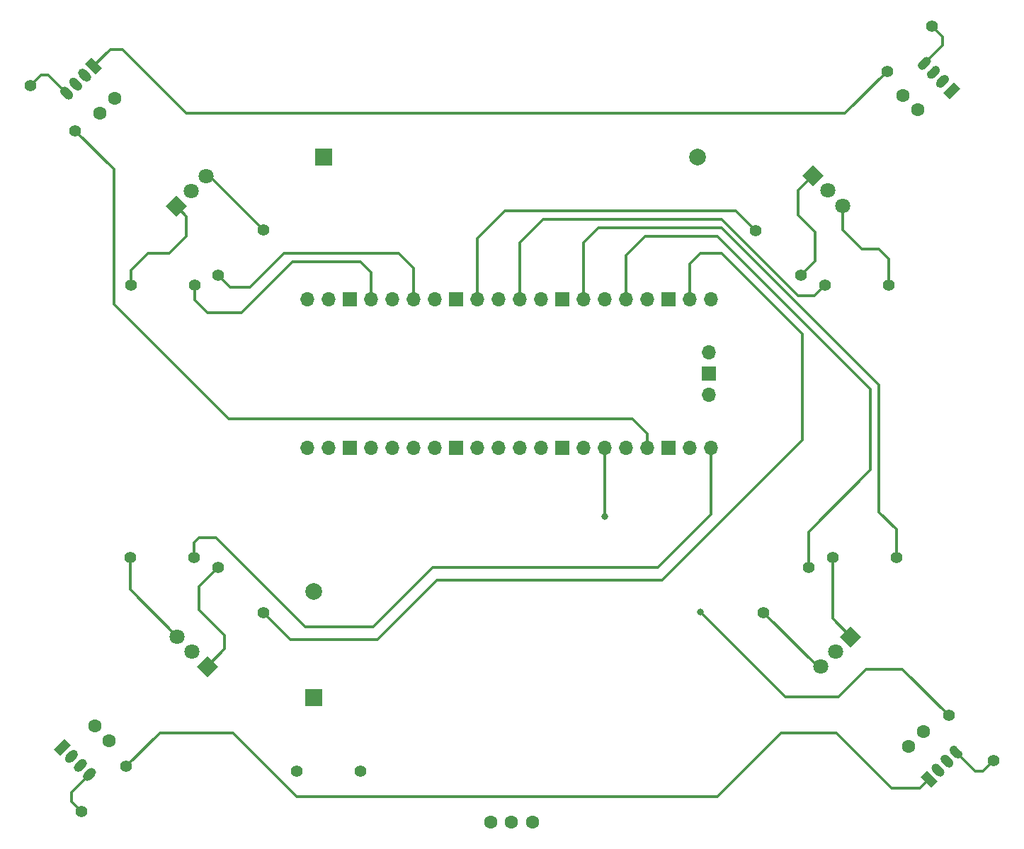
<source format=gtl>
G04 #@! TF.GenerationSoftware,KiCad,Pcbnew,(5.1.9)-1*
G04 #@! TF.CreationDate,2022-06-27T18:25:19-05:00*
G04 #@! TF.ProjectId,hom3c0ming_corsage,686f6d33-6330-46d6-996e-675f636f7273,4*
G04 #@! TF.SameCoordinates,Original*
G04 #@! TF.FileFunction,Copper,L1,Top*
G04 #@! TF.FilePolarity,Positive*
%FSLAX46Y46*%
G04 Gerber Fmt 4.6, Leading zero omitted, Abs format (unit mm)*
G04 Created by KiCad (PCBNEW (5.1.9)-1) date 2022-06-27 18:25:19*
%MOMM*%
%LPD*%
G01*
G04 APERTURE LIST*
G04 #@! TA.AperFunction,ComponentPad*
%ADD10C,1.800000*%
G04 #@! TD*
G04 #@! TA.AperFunction,ComponentPad*
%ADD11C,0.100000*%
G04 #@! TD*
G04 #@! TA.AperFunction,ComponentPad*
%ADD12C,2.000000*%
G04 #@! TD*
G04 #@! TA.AperFunction,ComponentPad*
%ADD13R,2.000000X2.000000*%
G04 #@! TD*
G04 #@! TA.AperFunction,ComponentPad*
%ADD14C,1.600000*%
G04 #@! TD*
G04 #@! TA.AperFunction,ComponentPad*
%ADD15O,1.700000X1.700000*%
G04 #@! TD*
G04 #@! TA.AperFunction,ComponentPad*
%ADD16R,1.700000X1.700000*%
G04 #@! TD*
G04 #@! TA.AperFunction,ComponentPad*
%ADD17C,1.400000*%
G04 #@! TD*
G04 #@! TA.AperFunction,ViaPad*
%ADD18C,0.800000*%
G04 #@! TD*
G04 #@! TA.AperFunction,Conductor*
%ADD19C,0.300000*%
G04 #@! TD*
G04 APERTURE END LIST*
D10*
X103464902Y-58333098D03*
X101668851Y-60129149D03*
G04 #@! TA.AperFunction,ComponentPad*
D11*
G36*
X99872800Y-63197992D02*
G01*
X98600008Y-61925200D01*
X99872800Y-60652408D01*
X101145592Y-61925200D01*
X99872800Y-63197992D01*
G37*
G04 #@! TD.AperFunction*
D10*
X179588702Y-61859702D03*
X177792651Y-60063651D03*
G04 #@! TA.AperFunction,ComponentPad*
D11*
G36*
X174723808Y-58267600D02*
G01*
X175996600Y-56994808D01*
X177269392Y-58267600D01*
X175996600Y-59540392D01*
X174723808Y-58267600D01*
G37*
G04 #@! TD.AperFunction*
D10*
X176897498Y-117028502D03*
X178693549Y-115232451D03*
G04 #@! TA.AperFunction,ComponentPad*
D11*
G36*
X180489600Y-112163608D02*
G01*
X181762392Y-113436400D01*
X180489600Y-114709192D01*
X179216808Y-113436400D01*
X180489600Y-112163608D01*
G37*
G04 #@! TD.AperFunction*
D10*
X99989098Y-113425698D03*
X101785149Y-115221749D03*
G04 #@! TA.AperFunction,ComponentPad*
D11*
G36*
X104853992Y-117017800D02*
G01*
X103581200Y-118290592D01*
X102308408Y-117017800D01*
X103581200Y-115745008D01*
X104853992Y-117017800D01*
G37*
G04 #@! TD.AperFunction*
G04 #@! TA.AperFunction,ComponentPad*
G36*
X191547933Y-48325725D02*
G01*
X192820725Y-47052933D01*
X193577329Y-47809537D01*
X192304537Y-49082329D01*
X191547933Y-48325725D01*
G37*
G04 #@! TD.AperFunction*
G04 #@! TA.AperFunction,ComponentPad*
G36*
G01*
X190848604Y-46869792D02*
X191364792Y-46353604D01*
G75*
G02*
X192121396Y-46353604I378302J-378302D01*
G01*
X192121396Y-46353604D01*
G75*
G02*
X192121396Y-47110208I-378302J-378302D01*
G01*
X191605208Y-47626396D01*
G75*
G02*
X190848604Y-47626396I-378302J378302D01*
G01*
X190848604Y-47626396D01*
G75*
G02*
X190848604Y-46869792I378302J378302D01*
G01*
G37*
G04 #@! TD.AperFunction*
G04 #@! TA.AperFunction,ComponentPad*
G36*
G01*
X189770973Y-45792161D02*
X190287161Y-45275973D01*
G75*
G02*
X191043765Y-45275973I378302J-378302D01*
G01*
X191043765Y-45275973D01*
G75*
G02*
X191043765Y-46032577I-378302J-378302D01*
G01*
X190527577Y-46548765D01*
G75*
G02*
X189770973Y-46548765I-378302J378302D01*
G01*
X189770973Y-46548765D01*
G75*
G02*
X189770973Y-45792161I378302J378302D01*
G01*
G37*
G04 #@! TD.AperFunction*
G04 #@! TA.AperFunction,ComponentPad*
G36*
G01*
X188693342Y-44714530D02*
X189209530Y-44198342D01*
G75*
G02*
X189966134Y-44198342I378302J-378302D01*
G01*
X189966134Y-44198342D01*
G75*
G02*
X189966134Y-44954946I-378302J-378302D01*
G01*
X189449946Y-45471134D01*
G75*
G02*
X188693342Y-45471134I-378302J378302D01*
G01*
X188693342Y-45471134D01*
G75*
G02*
X188693342Y-44714530I378302J378302D01*
G01*
G37*
G04 #@! TD.AperFunction*
G04 #@! TA.AperFunction,ComponentPad*
G36*
X90263579Y-46184213D02*
G01*
X88990787Y-44911421D01*
X89747391Y-44154817D01*
X91020183Y-45427609D01*
X90263579Y-46184213D01*
G37*
G04 #@! TD.AperFunction*
G04 #@! TA.AperFunction,ComponentPad*
G36*
G01*
X88807646Y-46883542D02*
X88291458Y-46367354D01*
G75*
G02*
X88291458Y-45610750I378302J378302D01*
G01*
X88291458Y-45610750D01*
G75*
G02*
X89048062Y-45610750I378302J-378302D01*
G01*
X89564250Y-46126938D01*
G75*
G02*
X89564250Y-46883542I-378302J-378302D01*
G01*
X89564250Y-46883542D01*
G75*
G02*
X88807646Y-46883542I-378302J378302D01*
G01*
G37*
G04 #@! TD.AperFunction*
G04 #@! TA.AperFunction,ComponentPad*
G36*
G01*
X87730015Y-47961173D02*
X87213827Y-47444985D01*
G75*
G02*
X87213827Y-46688381I378302J378302D01*
G01*
X87213827Y-46688381D01*
G75*
G02*
X87970431Y-46688381I378302J-378302D01*
G01*
X88486619Y-47204569D01*
G75*
G02*
X88486619Y-47961173I-378302J-378302D01*
G01*
X88486619Y-47961173D01*
G75*
G02*
X87730015Y-47961173I-378302J378302D01*
G01*
G37*
G04 #@! TD.AperFunction*
G04 #@! TA.AperFunction,ComponentPad*
G36*
G01*
X86652384Y-49038804D02*
X86136196Y-48522616D01*
G75*
G02*
X86136196Y-47766012I378302J378302D01*
G01*
X86136196Y-47766012D01*
G75*
G02*
X86892800Y-47766012I378302J-378302D01*
G01*
X87408988Y-48282200D01*
G75*
G02*
X87408988Y-49038804I-378302J-378302D01*
G01*
X87408988Y-49038804D01*
G75*
G02*
X86652384Y-49038804I-378302J378302D01*
G01*
G37*
G04 #@! TD.AperFunction*
G04 #@! TA.AperFunction,ComponentPad*
G36*
X189612421Y-129482187D02*
G01*
X190885213Y-130754979D01*
X190128609Y-131511583D01*
X188855817Y-130238791D01*
X189612421Y-129482187D01*
G37*
G04 #@! TD.AperFunction*
G04 #@! TA.AperFunction,ComponentPad*
G36*
G01*
X191068354Y-128782858D02*
X191584542Y-129299046D01*
G75*
G02*
X191584542Y-130055650I-378302J-378302D01*
G01*
X191584542Y-130055650D01*
G75*
G02*
X190827938Y-130055650I-378302J378302D01*
G01*
X190311750Y-129539462D01*
G75*
G02*
X190311750Y-128782858I378302J378302D01*
G01*
X190311750Y-128782858D01*
G75*
G02*
X191068354Y-128782858I378302J-378302D01*
G01*
G37*
G04 #@! TD.AperFunction*
G04 #@! TA.AperFunction,ComponentPad*
G36*
G01*
X192145985Y-127705227D02*
X192662173Y-128221415D01*
G75*
G02*
X192662173Y-128978019I-378302J-378302D01*
G01*
X192662173Y-128978019D01*
G75*
G02*
X191905569Y-128978019I-378302J378302D01*
G01*
X191389381Y-128461831D01*
G75*
G02*
X191389381Y-127705227I378302J378302D01*
G01*
X191389381Y-127705227D01*
G75*
G02*
X192145985Y-127705227I378302J-378302D01*
G01*
G37*
G04 #@! TD.AperFunction*
G04 #@! TA.AperFunction,ComponentPad*
G36*
G01*
X193223616Y-126627596D02*
X193739804Y-127143784D01*
G75*
G02*
X193739804Y-127900388I-378302J-378302D01*
G01*
X193739804Y-127900388D01*
G75*
G02*
X192983200Y-127900388I-378302J378302D01*
G01*
X192467012Y-127384200D01*
G75*
G02*
X192467012Y-126627596I378302J378302D01*
G01*
X192467012Y-126627596D01*
G75*
G02*
X193223616Y-126627596I378302J-378302D01*
G01*
G37*
G04 #@! TD.AperFunction*
G04 #@! TA.AperFunction,ComponentPad*
G36*
X87276836Y-126440844D02*
G01*
X86004044Y-127713636D01*
X85247440Y-126957032D01*
X86520232Y-125684240D01*
X87276836Y-126440844D01*
G37*
G04 #@! TD.AperFunction*
G04 #@! TA.AperFunction,ComponentPad*
G36*
G01*
X87976165Y-127896777D02*
X87459977Y-128412965D01*
G75*
G02*
X86703373Y-128412965I-378302J378302D01*
G01*
X86703373Y-128412965D01*
G75*
G02*
X86703373Y-127656361I378302J378302D01*
G01*
X87219561Y-127140173D01*
G75*
G02*
X87976165Y-127140173I378302J-378302D01*
G01*
X87976165Y-127140173D01*
G75*
G02*
X87976165Y-127896777I-378302J-378302D01*
G01*
G37*
G04 #@! TD.AperFunction*
G04 #@! TA.AperFunction,ComponentPad*
G36*
G01*
X89053796Y-128974408D02*
X88537608Y-129490596D01*
G75*
G02*
X87781004Y-129490596I-378302J378302D01*
G01*
X87781004Y-129490596D01*
G75*
G02*
X87781004Y-128733992I378302J378302D01*
G01*
X88297192Y-128217804D01*
G75*
G02*
X89053796Y-128217804I378302J-378302D01*
G01*
X89053796Y-128217804D01*
G75*
G02*
X89053796Y-128974408I-378302J-378302D01*
G01*
G37*
G04 #@! TD.AperFunction*
G04 #@! TA.AperFunction,ComponentPad*
G36*
G01*
X90131427Y-130052039D02*
X89615239Y-130568227D01*
G75*
G02*
X88858635Y-130568227I-378302J378302D01*
G01*
X88858635Y-130568227D01*
G75*
G02*
X88858635Y-129811623I378302J378302D01*
G01*
X89374823Y-129295435D01*
G75*
G02*
X90131427Y-129295435I378302J-378302D01*
G01*
X90131427Y-129295435D01*
G75*
G02*
X90131427Y-130052039I-378302J-378302D01*
G01*
G37*
G04 #@! TD.AperFunction*
D12*
X162205480Y-56022240D03*
D13*
X117505480Y-56022240D03*
D14*
X90735233Y-50789767D03*
X92503000Y-49022000D03*
X188564000Y-50419000D03*
X186796233Y-48651233D03*
X189191567Y-124775033D03*
X187423800Y-126542800D03*
X90119200Y-124155200D03*
X91886967Y-125922967D03*
X139954000Y-135636000D03*
X142454000Y-135636000D03*
X137454000Y-135636000D03*
D12*
X116300000Y-108050000D03*
D13*
X116300000Y-120750000D03*
D15*
X115570000Y-90890000D03*
X118110000Y-90890000D03*
D16*
X120650000Y-90890000D03*
D15*
X123190000Y-90890000D03*
X125730000Y-90890000D03*
X128270000Y-90890000D03*
X130810000Y-90890000D03*
D16*
X133350000Y-90890000D03*
D15*
X135890000Y-90890000D03*
X138430000Y-90890000D03*
X140970000Y-90890000D03*
X143510000Y-90890000D03*
D16*
X146050000Y-90890000D03*
D15*
X148590000Y-90890000D03*
X151130000Y-90890000D03*
X153670000Y-90890000D03*
X156210000Y-90890000D03*
D16*
X158750000Y-90890000D03*
D15*
X161290000Y-90890000D03*
X163830000Y-90890000D03*
X163830000Y-73110000D03*
X161290000Y-73110000D03*
D16*
X158750000Y-73110000D03*
D15*
X156210000Y-73110000D03*
X153670000Y-73110000D03*
X151130000Y-73110000D03*
X148590000Y-73110000D03*
D16*
X146050000Y-73110000D03*
D15*
X143510000Y-73110000D03*
X140970000Y-73110000D03*
X138430000Y-73110000D03*
X135890000Y-73110000D03*
D16*
X133350000Y-73110000D03*
D15*
X130810000Y-73110000D03*
X128270000Y-73110000D03*
X125730000Y-73110000D03*
X123190000Y-73110000D03*
D16*
X120650000Y-73110000D03*
D15*
X118110000Y-73110000D03*
X115570000Y-73110000D03*
X163600000Y-84540000D03*
D16*
X163600000Y-82000000D03*
D15*
X163600000Y-79460000D03*
D17*
X114300000Y-129540000D03*
X121920000Y-129540000D03*
X102108000Y-71374000D03*
X94488000Y-71374000D03*
X110280200Y-64770000D03*
X104892046Y-70158154D03*
X169157846Y-64842846D03*
X174546000Y-70231000D03*
X185061600Y-71399400D03*
X177441600Y-71399400D03*
X185969400Y-103962200D03*
X178349400Y-103962200D03*
X170069000Y-110540800D03*
X175457154Y-105152646D03*
X104876600Y-105181400D03*
X110264754Y-110569554D03*
X94361000Y-103987600D03*
X101981000Y-103987600D03*
X87811154Y-52886154D03*
X82423000Y-47498000D03*
X190246000Y-40386000D03*
X184857846Y-45774154D03*
X192223846Y-122881846D03*
X197612000Y-128270000D03*
X88519000Y-134366000D03*
X93907154Y-128977846D03*
D18*
X151130000Y-99060000D03*
X162560000Y-110490000D03*
D19*
X103843298Y-58333098D02*
X103464902Y-58333098D01*
X110280200Y-64770000D02*
X103843298Y-58333098D01*
X94488000Y-71374000D02*
X94488000Y-69596000D01*
X94488000Y-69596000D02*
X96520000Y-67564000D01*
X96520000Y-67564000D02*
X99060000Y-67564000D01*
X99060000Y-67564000D02*
X101092000Y-65532000D01*
X101092000Y-63144400D02*
X99872800Y-61925200D01*
X101092000Y-65532000D02*
X101092000Y-63144400D01*
X185061600Y-71399400D02*
X185061600Y-68221600D01*
X185061600Y-68221600D02*
X183896000Y-67056000D01*
X183896000Y-67056000D02*
X181864000Y-67056000D01*
X179588702Y-64780702D02*
X179588702Y-61859702D01*
X181864000Y-67056000D02*
X179588702Y-64780702D01*
X174546000Y-70231000D02*
X176276000Y-68501000D01*
X176276000Y-68501000D02*
X176276000Y-65024000D01*
X176276000Y-65024000D02*
X174244000Y-62992000D01*
X174244000Y-60020200D02*
X175996600Y-58267600D01*
X174244000Y-62992000D02*
X174244000Y-60020200D01*
X178349400Y-111296200D02*
X180489600Y-113436400D01*
X178349400Y-103962200D02*
X178349400Y-111296200D01*
X176556702Y-117028502D02*
X176897498Y-117028502D01*
X170069000Y-110540800D02*
X176556702Y-117028502D01*
X104876600Y-105181400D02*
X102616000Y-107442000D01*
X102616000Y-107442000D02*
X102616000Y-110236000D01*
X102616000Y-110236000D02*
X105664000Y-113284000D01*
X105664000Y-114935000D02*
X103581200Y-117017800D01*
X105664000Y-113284000D02*
X105664000Y-114935000D01*
X94361000Y-107797600D02*
X99989098Y-113425698D01*
X94361000Y-103987600D02*
X94361000Y-107797600D01*
X90005485Y-45169515D02*
X90085485Y-45169515D01*
X179832000Y-50800000D02*
X184857846Y-45774154D01*
X101092000Y-50800000D02*
X179832000Y-50800000D01*
X93472000Y-43180000D02*
X101092000Y-50800000D01*
X91995000Y-43180000D02*
X93472000Y-43180000D01*
X90005485Y-45169515D02*
X91995000Y-43180000D01*
X86772592Y-48402408D02*
X86756408Y-48402408D01*
X82423000Y-47498000D02*
X83693000Y-46228000D01*
X84598184Y-46228000D02*
X86772592Y-48402408D01*
X83693000Y-46228000D02*
X84598184Y-46228000D01*
X189329738Y-44834738D02*
X189353262Y-44834738D01*
X190246000Y-40386000D02*
X191516000Y-41656000D01*
X191516000Y-42648476D02*
X189329738Y-44834738D01*
X191516000Y-41656000D02*
X191516000Y-42648476D01*
X193103408Y-127263992D02*
X193176992Y-127263992D01*
X197612000Y-128270000D02*
X196342000Y-129540000D01*
X195379416Y-129540000D02*
X193103408Y-127263992D01*
X196342000Y-129540000D02*
X195379416Y-129540000D01*
X189870515Y-130496885D02*
X189870515Y-130550485D01*
X189870515Y-130496885D02*
X189932885Y-130496885D01*
X189870515Y-130496885D02*
X189870515Y-130561515D01*
X97917000Y-124968000D02*
X93907154Y-128977846D01*
X164592000Y-132588000D02*
X114300000Y-132588000D01*
X172212000Y-124968000D02*
X164592000Y-132588000D01*
X178816000Y-124968000D02*
X172212000Y-124968000D01*
X106680000Y-124968000D02*
X97917000Y-124968000D01*
X114300000Y-132588000D02*
X106680000Y-124968000D01*
X185420000Y-131572000D02*
X178816000Y-124968000D01*
X188795400Y-131572000D02*
X185420000Y-131572000D01*
X189870515Y-130496885D02*
X188795400Y-131572000D01*
X89495031Y-129931831D02*
X89397169Y-129931831D01*
X88519000Y-134366000D02*
X87376000Y-133223000D01*
X87376000Y-132050862D02*
X89495031Y-129931831D01*
X87376000Y-133223000D02*
X87376000Y-132050862D01*
X151130000Y-90890000D02*
X151130000Y-99060000D01*
X172720000Y-120650000D02*
X162560000Y-110490000D01*
X179070000Y-120650000D02*
X172720000Y-120650000D01*
X182372000Y-117348000D02*
X179070000Y-120650000D01*
X186690000Y-117348000D02*
X182372000Y-117348000D01*
X192223846Y-122881846D02*
X186690000Y-117348000D01*
X87677000Y-52832000D02*
X87677000Y-52879000D01*
X87811154Y-52886154D02*
X92456000Y-57531000D01*
X92456000Y-57531000D02*
X92456000Y-73660000D01*
X92456000Y-73660000D02*
X106172000Y-87376000D01*
X106172000Y-87376000D02*
X154432000Y-87376000D01*
X156210000Y-89154000D02*
X156210000Y-90890000D01*
X154432000Y-87376000D02*
X156210000Y-89154000D01*
X102616000Y-101600000D02*
X101981000Y-102235000D01*
X101981000Y-102235000D02*
X101981000Y-103987600D01*
X115316000Y-112268000D02*
X104648000Y-101600000D01*
X104648000Y-101600000D02*
X102616000Y-101600000D01*
X123444000Y-112268000D02*
X115316000Y-112268000D01*
X130556000Y-105156000D02*
X123444000Y-112268000D01*
X157480000Y-105156000D02*
X130556000Y-105156000D01*
X163830000Y-98806000D02*
X157480000Y-105156000D01*
X163830000Y-90890000D02*
X163830000Y-98806000D01*
X110264754Y-110569554D02*
X110029446Y-110569554D01*
X161290000Y-73110000D02*
X161290000Y-68834000D01*
X161290000Y-68834000D02*
X162560000Y-67564000D01*
X162560000Y-67564000D02*
X165100000Y-67564000D01*
X165100000Y-67564000D02*
X174752000Y-77216000D01*
X174752000Y-77216000D02*
X174752000Y-89916000D01*
X174752000Y-89916000D02*
X157988000Y-106680000D01*
X157988000Y-106680000D02*
X131064000Y-106680000D01*
X131064000Y-106680000D02*
X123952000Y-113792000D01*
X113487200Y-113792000D02*
X110264754Y-110569554D01*
X123952000Y-113792000D02*
X113487200Y-113792000D01*
X155956000Y-65532000D02*
X153670000Y-67818000D01*
X182880000Y-83820000D02*
X164592000Y-65532000D01*
X182880000Y-93472000D02*
X182880000Y-83820000D01*
X153670000Y-67818000D02*
X153670000Y-73110000D01*
X164592000Y-65532000D02*
X155956000Y-65532000D01*
X175457154Y-100894846D02*
X182880000Y-93472000D01*
X175457154Y-105152646D02*
X175457154Y-100894846D01*
X148590000Y-66294000D02*
X148590000Y-73110000D01*
X150368000Y-64516000D02*
X148590000Y-66294000D01*
X183896000Y-83312000D02*
X165100000Y-64516000D01*
X183896000Y-98552000D02*
X183896000Y-83312000D01*
X165100000Y-64516000D02*
X150368000Y-64516000D01*
X185969400Y-100625400D02*
X183896000Y-98552000D01*
X185969400Y-103962200D02*
X185969400Y-100625400D01*
X177441600Y-71399400D02*
X176197000Y-72644000D01*
X176197000Y-72644000D02*
X174244000Y-72644000D01*
X174244000Y-72644000D02*
X165100000Y-63500000D01*
X165100000Y-63500000D02*
X143764000Y-63500000D01*
X140970000Y-66294000D02*
X140970000Y-73110000D01*
X143764000Y-63500000D02*
X140970000Y-66294000D01*
X169157846Y-64842846D02*
X166799000Y-62484000D01*
X166799000Y-62484000D02*
X139192000Y-62484000D01*
X135890000Y-65786000D02*
X135890000Y-73110000D01*
X139192000Y-62484000D02*
X135890000Y-65786000D01*
X128270000Y-73110000D02*
X128270000Y-69342000D01*
X128270000Y-69342000D02*
X126492000Y-67564000D01*
X126492000Y-67564000D02*
X112776000Y-67564000D01*
X112776000Y-67564000D02*
X108712000Y-71628000D01*
X106361892Y-71628000D02*
X104892046Y-70158154D01*
X108712000Y-71628000D02*
X106361892Y-71628000D01*
X103632000Y-74676000D02*
X102108000Y-73152000D01*
X107696000Y-74676000D02*
X103632000Y-74676000D01*
X102108000Y-73152000D02*
X102108000Y-71374000D01*
X121920000Y-68580000D02*
X113792000Y-68580000D01*
X113792000Y-68580000D02*
X107696000Y-74676000D01*
X123190000Y-69850000D02*
X121920000Y-68580000D01*
X123190000Y-73110000D02*
X123190000Y-69850000D01*
M02*

</source>
